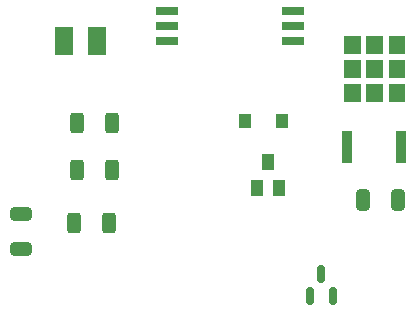
<source format=gbr>
%TF.GenerationSoftware,KiCad,Pcbnew,8.0.1*%
%TF.CreationDate,2024-11-30T20:20:08+00:00*%
%TF.ProjectId,Heating Element,48656174-696e-4672-9045-6c656d656e74,1*%
%TF.SameCoordinates,Original*%
%TF.FileFunction,Paste,Top*%
%TF.FilePolarity,Positive*%
%FSLAX46Y46*%
G04 Gerber Fmt 4.6, Leading zero omitted, Abs format (unit mm)*
G04 Created by KiCad (PCBNEW 8.0.1) date 2024-11-30 20:20:08*
%MOMM*%
%LPD*%
G01*
G04 APERTURE LIST*
G04 Aperture macros list*
%AMRoundRect*
0 Rectangle with rounded corners*
0 $1 Rounding radius*
0 $2 $3 $4 $5 $6 $7 $8 $9 X,Y pos of 4 corners*
0 Add a 4 corners polygon primitive as box body*
4,1,4,$2,$3,$4,$5,$6,$7,$8,$9,$2,$3,0*
0 Add four circle primitives for the rounded corners*
1,1,$1+$1,$2,$3*
1,1,$1+$1,$4,$5*
1,1,$1+$1,$6,$7*
1,1,$1+$1,$8,$9*
0 Add four rect primitives between the rounded corners*
20,1,$1+$1,$2,$3,$4,$5,0*
20,1,$1+$1,$4,$5,$6,$7,0*
20,1,$1+$1,$6,$7,$8,$9,0*
20,1,$1+$1,$8,$9,$2,$3,0*%
G04 Aperture macros list end*
%ADD10C,0.010000*%
%ADD11RoundRect,0.250000X0.650000X-0.325000X0.650000X0.325000X-0.650000X0.325000X-0.650000X-0.325000X0*%
%ADD12R,1.600000X2.400000*%
%ADD13RoundRect,0.250000X-0.312500X-0.625000X0.312500X-0.625000X0.312500X0.625000X-0.312500X0.625000X0*%
%ADD14R,1.000000X1.400000*%
%ADD15R,1.850000X0.650000*%
%ADD16R,0.970000X2.830000*%
%ADD17RoundRect,0.250000X-0.325000X-0.650000X0.325000X-0.650000X0.325000X0.650000X-0.325000X0.650000X0*%
%ADD18R,1.110000X1.220000*%
%ADD19RoundRect,0.150000X0.150000X-0.587500X0.150000X0.587500X-0.150000X0.587500X-0.150000X-0.587500X0*%
G04 APERTURE END LIST*
D10*
%TO.C,U2*%
X128162600Y-86715600D02*
X126852600Y-86715600D01*
X126852600Y-85255600D01*
X128162600Y-85255600D01*
X128162600Y-86715600D01*
G36*
X128162600Y-86715600D02*
G01*
X126852600Y-86715600D01*
X126852600Y-85255600D01*
X128162600Y-85255600D01*
X128162600Y-86715600D01*
G37*
X128162600Y-88745600D02*
X126852600Y-88745600D01*
X126852600Y-87285600D01*
X128162600Y-87285600D01*
X128162600Y-88745600D01*
G36*
X128162600Y-88745600D02*
G01*
X126852600Y-88745600D01*
X126852600Y-87285600D01*
X128162600Y-87285600D01*
X128162600Y-88745600D01*
G37*
X128162600Y-90775600D02*
X126852600Y-90775600D01*
X126852600Y-89315600D01*
X128162600Y-89315600D01*
X128162600Y-90775600D01*
G36*
X128162600Y-90775600D02*
G01*
X126852600Y-90775600D01*
X126852600Y-89315600D01*
X128162600Y-89315600D01*
X128162600Y-90775600D01*
G37*
X130042600Y-86715600D02*
X128732600Y-86715600D01*
X128732600Y-85255600D01*
X130042600Y-85255600D01*
X130042600Y-86715600D01*
G36*
X130042600Y-86715600D02*
G01*
X128732600Y-86715600D01*
X128732600Y-85255600D01*
X130042600Y-85255600D01*
X130042600Y-86715600D01*
G37*
X130042600Y-88745600D02*
X128732600Y-88745600D01*
X128732600Y-87285600D01*
X130042600Y-87285600D01*
X130042600Y-88745600D01*
G36*
X130042600Y-88745600D02*
G01*
X128732600Y-88745600D01*
X128732600Y-87285600D01*
X130042600Y-87285600D01*
X130042600Y-88745600D01*
G37*
X130042600Y-90775600D02*
X128732600Y-90775600D01*
X128732600Y-89315600D01*
X130042600Y-89315600D01*
X130042600Y-90775600D01*
G36*
X130042600Y-90775600D02*
G01*
X128732600Y-90775600D01*
X128732600Y-89315600D01*
X130042600Y-89315600D01*
X130042600Y-90775600D01*
G37*
X131922600Y-86715600D02*
X130612600Y-86715600D01*
X130612600Y-85255600D01*
X131922600Y-85255600D01*
X131922600Y-86715600D01*
G36*
X131922600Y-86715600D02*
G01*
X130612600Y-86715600D01*
X130612600Y-85255600D01*
X131922600Y-85255600D01*
X131922600Y-86715600D01*
G37*
X131922600Y-88745600D02*
X130612600Y-88745600D01*
X130612600Y-87285600D01*
X131922600Y-87285600D01*
X131922600Y-88745600D01*
G36*
X131922600Y-88745600D02*
G01*
X130612600Y-88745600D01*
X130612600Y-87285600D01*
X131922600Y-87285600D01*
X131922600Y-88745600D01*
G37*
X131922600Y-90775600D02*
X130612600Y-90775600D01*
X130612600Y-89315600D01*
X131922600Y-89315600D01*
X131922600Y-90775600D01*
G36*
X131922600Y-90775600D02*
G01*
X130612600Y-90775600D01*
X130612600Y-89315600D01*
X131922600Y-89315600D01*
X131922600Y-90775600D01*
G37*
%TD*%
D11*
%TO.C,C1*%
X99450000Y-103325000D03*
X99450000Y-100375000D03*
%TD*%
D12*
%TO.C,D2*%
X103105000Y-85670000D03*
X105955000Y-85670000D03*
%TD*%
D13*
%TO.C,R3*%
X104010000Y-101150000D03*
X106935000Y-101150000D03*
%TD*%
D14*
%TO.C,D1*%
X119446000Y-98178800D03*
X121346000Y-98178800D03*
X120396000Y-95978800D03*
%TD*%
D15*
%TO.C,IC1*%
X111845000Y-83130000D03*
X111845000Y-84400000D03*
X111845000Y-85670000D03*
X122495000Y-85670000D03*
X122495000Y-84400000D03*
X122495000Y-83130000D03*
%TD*%
D13*
%TO.C,R1*%
X104267500Y-92630000D03*
X107192500Y-92630000D03*
%TD*%
D16*
%TO.C,U2*%
X127097600Y-94665600D03*
X131677600Y-94665600D03*
%TD*%
D17*
%TO.C,C2*%
X128471400Y-99161600D03*
X131421400Y-99161600D03*
%TD*%
D13*
%TO.C,R2*%
X104267500Y-96660000D03*
X107192500Y-96660000D03*
%TD*%
D18*
%TO.C,D4*%
X118464400Y-92506800D03*
X121564400Y-92506800D03*
%TD*%
D19*
%TO.C,D3*%
X123975000Y-107275000D03*
X125875000Y-107275000D03*
X124925000Y-105400000D03*
%TD*%
M02*

</source>
